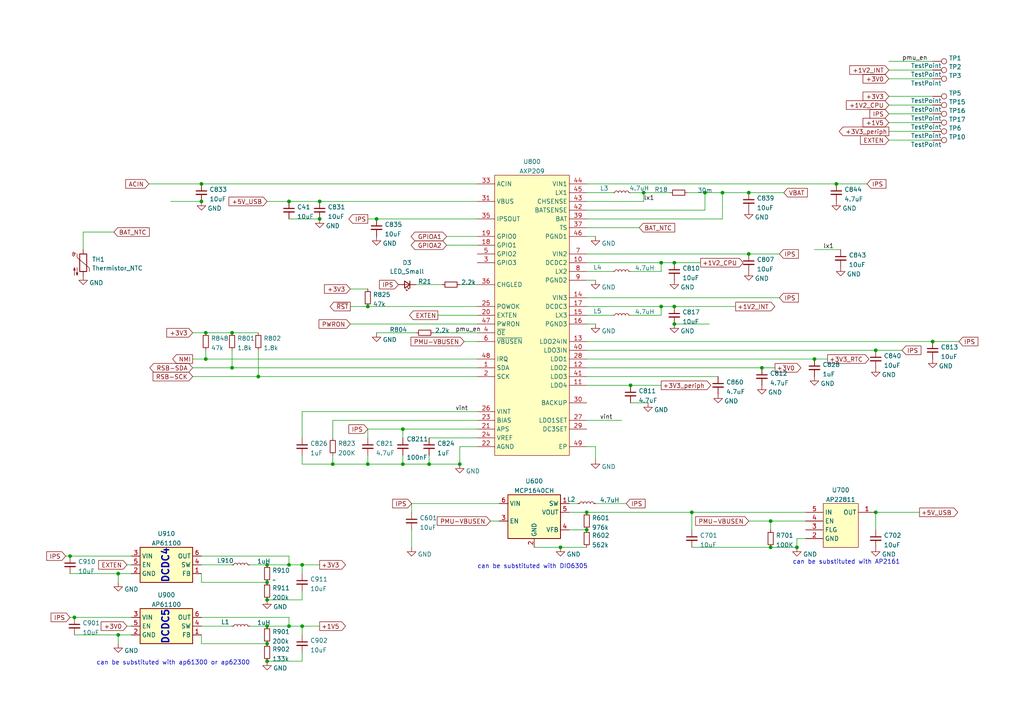
<source format=kicad_sch>
(kicad_sch (version 20231120) (generator "eeschema") (generator_version "8.0")
  (paper "A4")
  (lib_symbols
    (symbol "Connector:TestPoint" (pin_numbers hide) (pin_names (offset 0.762) hide)
      (property "Reference" "TP" (at 0 6.858 0))
      (property "Value" "TestPoint" (at 0 5.08 0))
      (symbol "TestPoint_0_1"
        (circle (center 0 3.302) (radius 0.762))
      )
      (symbol "TestPoint_1_1"
        (pin passive line (at 0 0 90) (length 2.54) (name "1") (number "1"))
      )
    )
    (symbol "Device:C_Small" (pin_numbers hide) (pin_names (offset 0.254) hide)
      (property "Reference" "C" (at 0.254 1.778 0))
      (property "Value" "C_Small" (at 0.254 -2.032 0))
      (symbol "C_Small_0_1"
        (polyline (pts (xy -1.524 -0.508) (xy 1.524 -0.508)) (stroke (width 0.3302)))
        (polyline (pts (xy -1.524 0.508) (xy 1.524 0.508)) (stroke (width 0.3048)))
      )
      (symbol "C_Small_1_1"
        (pin passive line (at 0 2.54 270) (length 2.032) (name "~") (number "1"))
        (pin passive line (at 0 -2.54 90) (length 2.032) (name "~") (number "2"))
      )
    )
    (symbol "Device:LED_Small" (pin_numbers hide) (pin_names (offset 0.254) hide)
      (property "Reference" "D" (at -1.27 3.175 0))
      (property "Value" "LED_Small" (at -4.445 -2.54 0))
      (symbol "LED_Small_0_1"
        (polyline (pts (xy -0.762 -1.016) (xy -0.762 1.016)) (stroke (width 0.254)))
        (polyline (pts (xy 1.016 0) (xy -0.762 0)))
        (polyline (pts (xy 0.762 -1.016) (xy -0.762 0) (xy 0.762 1.016) (xy 0.762 -1.016)) (stroke (width 0.254)))
        (polyline (pts (xy 0 0.762) (xy -0.508 1.27) (xy -0.254 1.27) (xy -0.508 1.27) (xy -0.508 1.016)))
        (polyline (pts (xy 0.508 1.27) (xy 0 1.778) (xy 0.254 1.778) (xy 0 1.778) (xy 0 1.524)))
      )
      (symbol "LED_Small_1_1"
        (pin passive line (at -2.54 0 0) (length 1.778) (name "K") (number "1"))
        (pin passive line (at 2.54 0 180) (length 1.778) (name "A") (number "2"))
      )
    )
    (symbol "Device:L_Small" (pin_numbers hide) (pin_names (offset 0.254) hide)
      (property "Reference" "L" (at 0.762 1.016 0))
      (property "Value" "L_Small" (at 0.762 -1.016 0))
      (symbol "L_Small_0_1"
        (arc (start 0 -2.032) (mid 0.5058 -1.524) (end 0 -1.016))
        (arc (start 0 -1.016) (mid 0.5058 -0.508) (end 0 0))
        (arc (start 0 0) (mid 0.5058 0.508) (end 0 1.016))
        (arc (start 0 1.016) (mid 0.5058 1.524) (end 0 2.032))
      )
      (symbol "L_Small_1_1"
        (pin passive line (at 0 2.54 270) (length 0.508) (name "~") (number "1"))
        (pin passive line (at 0 -2.54 90) (length 0.508) (name "~") (number "2"))
      )
    )
    (symbol "Device:R_Small" (pin_numbers hide) (pin_names (offset 0.254) hide)
      (property "Reference" "R" (at 0.762 0.508 0))
      (property "Value" "R_Small" (at 0.762 -1.016 0))
      (symbol "R_Small_0_1"
        (rectangle (start -0.762 1.778) (end 0.762 -1.778) (stroke (width 0.2032)))
      )
      (symbol "R_Small_1_1"
        (pin passive line (at 0 2.54 270) (length 0.762) (name "~") (number "1"))
        (pin passive line (at 0 -2.54 90) (length 0.762) (name "~") (number "2"))
      )
    )
    (symbol "Device:Thermistor_NTC" (pin_numbers hide) (pin_names (offset 0))
      (property "Reference" "TH" (at -4.445 0 90))
      (property "Value" "Thermistor_NTC" (at 3.175 0 90))
      (symbol "Thermistor_NTC_0_1"
        (arc (start -3.048 2.159) (mid -3.0505 2.3165) (end -3.175 2.413))
        (arc (start -3.048 2.159) (mid -2.9736 1.9794) (end -2.794 1.905))
        (arc (start -3.048 2.794) (mid -2.9736 2.6144) (end -2.794 2.54))
        (arc (start -2.794 1.905) (mid -2.6144 1.9794) (end -2.54 2.159))
        (arc (start -2.794 2.54) (mid -2.434 2.5608) (end -2.159 2.794))
        (arc (start -2.794 3.048) (mid -2.9736 2.9736) (end -3.048 2.794))
        (arc (start -2.54 2.794) (mid -2.6144 2.9736) (end -2.794 3.048))
        (rectangle (start -1.016 2.54) (end 1.016 -2.54) (stroke (width 0.254)))
        (polyline (pts (xy -2.54 2.159) (xy -2.54 2.794)))
        (polyline (pts (xy -1.778 2.54) (xy -1.778 1.524) (xy 1.778 -1.524) (xy 1.778 -2.54)))
        (polyline (pts (xy -2.54 -3.683) (xy -2.54 -1.397) (xy -2.794 -2.159) (xy -2.286 -2.159) (xy -2.54 -1.397) (xy -2.54 -1.651)) (fill (type outline)))
        (polyline (pts (xy -1.778 -1.397) (xy -1.778 -3.683) (xy -2.032 -2.921) (xy -1.524 -2.921) (xy -1.778 -3.683) (xy -1.778 -3.429)) (fill (type outline)))
      )
      (symbol "Thermistor_NTC_1_1"
        (pin passive line (at 0 3.81 270) (length 1.27) (name "~") (number "1"))
        (pin passive line (at 0 -3.81 90) (length 1.27) (name "~") (number "2"))
      )
    )
    (symbol "Regulator_Switching:MCP1640CH"
      (property "Reference" "U" (at -7.62 8.89 0))
      (property "Value" "MCP1640CH" (at -1.27 8.89 0))
      (symbol "MCP1640CH_0_1"
        (rectangle (start -7.62 7.62) (end 7.62 -5.08) (stroke (width 0.254)) (fill (type background)))
      )
      (symbol "MCP1640CH_1_1"
        (pin input line (at 10.16 5.08 180) (length 2.54) (name "SW") (number "1"))
        (pin power_in line (at 0 -7.62 90) (length 2.54) (name "GND") (number "2"))
        (pin input line (at -10.16 0 0) (length 2.54) (name "EN") (number "3"))
        (pin input line (at 10.16 -2.54 180) (length 2.54) (name "VFB") (number "4"))
        (pin power_out line (at 10.16 2.54 180) (length 2.54) (name "VOUT") (number "5"))
        (pin power_in line (at -10.16 5.08 0) (length 2.54) (name "VIN") (number "6"))
      )
    )
    (symbol "diodes:AP22811"
      (property "Reference" "U" (at -2.54 1.27 0))
      (property "Value" "AP22811" (at 5.08 1.27 0))
      (symbol "AP22811_0_1"
        (rectangle (start -5.08 0) (end 5.08 -12.7) (stroke (width 0.1524)) (fill (type background)))
      )
      (symbol "AP22811_1_1"
        (pin input line (at 10.16 -2.54 180) (length 5.08) (name "OUT") (number "1"))
        (pin input line (at -10.16 -10.16 0) (length 5.08) (name "GND") (number "2"))
        (pin input line (at -10.16 -7.62 0) (length 5.08) (name "FLG") (number "3"))
        (pin input line (at -10.16 -5.08 0) (length 5.08) (name "EN") (number "4"))
        (pin input line (at -10.16 -2.54 0) (length 5.08) (name "IN") (number "5"))
      )
    )
    (symbol "diodes:AP61100"
      (property "Reference" "U" (at -7.62 6.35 0))
      (property "Value" "AP61100" (at 5.08 6.35 0))
      (symbol "AP61100_0_1"
        (rectangle (start -7.62 5.08) (end 7.62 -5.08) (stroke (width 0.254)) (fill (type background)))
      )
      (symbol "AP61100_1_1"
        (pin input line (at 10.16 -2.54 180) (length 2.54) (name "FB") (number "1"))
        (pin power_in line (at -10.16 -2.54 0) (length 2.54) (name "GND") (number "2"))
        (pin power_in line (at -10.16 2.54 0) (length 2.54) (name "VIN") (number "3"))
        (pin power_out line (at 10.16 0 180) (length 2.54) (name "SW") (number "4"))
        (pin input line (at -10.16 0 0) (length 2.54) (name "EN") (number "5"))
        (pin input line (at 10.16 2.54 180) (length 2.54) (name "OUT") (number "6"))
      )
    )
    (symbol "power:GND" (power) (pin_names (offset 0))
      (property "Value" "GND" (at 0 -3.81 0))
      (symbol "GND_0_1"
        (polyline (pts (xy 0 0) (xy 0 -1.27) (xy 1.27 -1.27) (xy 0 -2.54) (xy -1.27 -1.27) (xy 0 -1.27)))
      )
      (symbol "GND_1_1"
        (pin power_in line (at 0 0 270) (length 0) hide (name "GND") (number "1"))
      )
    )
    (symbol "xpowers:AXP203"
      (property "Reference" "U" (at -2.54 2.54 0))
      (property "Value" "AXP203" (at 3.81 2.54 0))
      (symbol "AXP203_0_1"
        (rectangle (start -10.16 0) (end 11.43 -81.28) (stroke (width 0.1524)) (fill (type background)))
      )
      (symbol "AXP203_1_0"
        (pin passive line (at -15.24 -55.88 0) (length 5.08) (name "SDA") (number "1"))
        (pin passive line (at 16.51 -25.4 180) (length 5.08) (name "DCDC2") (number "10"))
        (pin passive line (at 16.51 -60.96 180) (length 5.08) (name "LDO4") (number "11"))
        (pin passive line (at 16.51 -55.88 180) (length 5.08) (name "LDO2") (number "12"))
        (pin passive line (at 16.51 -48.26 180) (length 5.08) (name "LDO24IN") (number "13"))
        (pin passive line (at 16.51 -35.56 180) (length 5.08) (name "VIN3") (number "14"))
        (pin passive line (at 16.51 -40.64 180) (length 5.08) (name "LX3") (number "15"))
        (pin passive line (at 16.51 -43.18 180) (length 5.08) (name "PGND3") (number "16"))
        (pin passive line (at 16.51 -38.1 180) (length 5.08) (name "DCDC3") (number "17"))
        (pin passive line (at -15.24 -20.32 0) (length 5.08) (name "GPIO1") (number "18"))
        (pin passive line (at -15.24 -17.78 0) (length 5.08) (name "GPIO0") (number "19"))
        (pin passive line (at -15.24 -58.42 0) (length 5.08) (name "SCK") (number "2"))
        (pin passive line (at -15.24 -40.64 0) (length 5.08) (name "EXTEN") (number "20"))
        (pin passive line (at -15.24 -73.66 0) (length 5.08) (name "APS") (number "21"))
        (pin passive line (at -15.24 -78.74 0) (length 5.08) (name "AGND") (number "22"))
        (pin passive line (at -15.24 -71.12 0) (length 5.08) (name "BIAS") (number "23"))
        (pin passive line (at -15.24 -76.2 0) (length 5.08) (name "VREF") (number "24"))
        (pin passive line (at -15.24 -38.1 0) (length 5.08) (name "POWOK") (number "25"))
        (pin passive line (at -15.24 -68.58 0) (length 5.08) (name "VINT") (number "26"))
        (pin passive line (at 16.51 -71.12 180) (length 5.08) (name "LDO1SET") (number "27"))
        (pin passive line (at 16.51 -53.34 180) (length 5.08) (name "LDO1") (number "28"))
        (pin passive line (at 16.51 -73.66 180) (length 5.08) (name "DC3SET") (number "29"))
        (pin passive line (at -15.24 -25.4 0) (length 5.08) (name "GPIO3") (number "3"))
        (pin passive line (at 16.51 -66.04 180) (length 5.08) (name "BACKUP") (number "30"))
        (pin passive line (at -15.24 -7.62 0) (length 5.08) (name "VBUS") (number "31"))
        (pin passive line (at -15.24 -2.54 0) (length 5.08) hide (name "ACIN") (number "32"))
        (pin passive line (at -15.24 -2.54 0) (length 5.08) (name "ACIN") (number "33"))
        (pin passive line (at -15.24 -12.7 0) (length 5.08) hide (name "IPSOUT") (number "34"))
        (pin passive line (at -15.24 -12.7 0) (length 5.08) (name "IPSOUT") (number "35"))
        (pin passive line (at -15.24 -31.75 0) (length 5.08) (name "CHGLED") (number "36"))
        (pin passive line (at 16.51 -15.24 180) (length 5.08) (name "TS") (number "37"))
        (pin passive line (at 16.51 -12.7 180) (length 5.08) hide (name "BAT") (number "38"))
        (pin passive line (at 16.51 -12.7 180) (length 5.08) (name "BAT") (number "39"))
        (pin passive line (at -15.24 -45.72 0) (length 5.08) (name "~{OE}") (number "4"))
        (pin passive line (at 16.51 -50.8 180) (length 5.08) (name "LDO3IN") (number "40"))
        (pin passive line (at 16.51 -58.42 180) (length 5.08) (name "LDO3") (number "41"))
        (pin passive line (at 16.51 -10.16 180) (length 5.08) (name "BATSENSE") (number "42"))
        (pin passive line (at 16.51 -7.62 180) (length 5.08) (name "CHSENSE") (number "43"))
        (pin passive line (at 16.51 -2.54 180) (length 5.08) (name "VIN1") (number "44"))
        (pin passive line (at 16.51 -5.08 180) (length 5.08) (name "LX1") (number "45"))
        (pin passive line (at 16.51 -17.78 180) (length 5.08) (name "PGND1") (number "46"))
        (pin passive line (at -15.24 -43.18 0) (length 5.08) (name "PWRON") (number "47"))
        (pin passive line (at -15.24 -53.34 0) (length 5.08) (name "IRQ") (number "48"))
        (pin passive line (at 16.51 -78.74 180) (length 5.08) (name "EP") (number "49"))
        (pin passive line (at -15.24 -22.86 0) (length 5.08) (name "GPIO2") (number "5"))
        (pin passive line (at -15.24 -48.26 0) (length 5.08) (name "~{VBUSEN}") (number "6"))
        (pin passive line (at 16.51 -22.86 180) (length 5.08) (name "VIN2") (number "7"))
        (pin passive line (at 16.51 -27.94 180) (length 5.08) (name "LX2") (number "8"))
        (pin passive line (at 16.51 -30.48 180) (length 5.08) (name "PGND2") (number "9"))
      )
    )
  )
  (junction (at 116.84 124.46) (diameter 0.9144))
  (junction (at 254 101.6) (diameter 0.9144))
  (junction (at 200.66 148.59) (diameter 0.9144))
  (junction (at 170.18 153.67) (diameter 0.9144))
  (junction (at 254 148.59) (diameter 0.9144))
  (junction (at 231.14 158.75) (diameter 0.9144))
  (junction (at 59.69 104.14) (diameter 0.9144))
  (junction (at 87.63 163.83))
  (junction (at 58.42 58.42))
  (junction (at 83.82 163.83))
  (junction (at 236.22 104.14) (diameter 0.9144))
  (junction (at 83.82 58.42))
  (junction (at 223.52 151.13) (diameter 0.9144))
  (junction (at 77.47 181.61))
  (junction (at 87.63 181.61))
  (junction (at 74.93 109.22) (diameter 0.9144))
  (junction (at 191.77 88.9) (diameter 0.9144))
  (junction (at 116.84 134.62) (diameter 0.9144))
  (junction (at 59.69 96.52))
  (junction (at 77.47 173.99))
  (junction (at 67.31 106.68) (diameter 0.9144))
  (junction (at 106.68 88.9) (diameter 0.9144))
  (junction (at 77.47 186.69) (diameter 0.9144))
  (junction (at 96.52 134.62) (diameter 0.9144))
  (junction (at 242.57 53.34) (diameter 0.9144))
  (junction (at 58.42 53.34) (diameter 0.9144))
  (junction (at 170.18 148.59) (diameter 0.9144))
  (junction (at 83.82 181.61))
  (junction (at 209.55 55.88) (diameter 0.9144))
  (junction (at 223.52 158.75) (diameter 0.9144))
  (junction (at 124.46 134.62) (diameter 0.9144))
  (junction (at 162.56 158.75) (diameter 0.9144))
  (junction (at 133.35 134.62) (diameter 0.9144))
  (junction (at 77.47 191.77))
  (junction (at 270.51 99.06) (diameter 0.9144))
  (junction (at 34.29 184.15))
  (junction (at 67.31 96.52))
  (junction (at 77.47 163.83))
  (junction (at 92.71 58.42) (diameter 0.9144))
  (junction (at 109.22 63.5) (diameter 0.9144))
  (junction (at 21.59 179.07))
  (junction (at 34.29 166.37))
  (junction (at 182.88 111.76))
  (junction (at 220.98 106.68) (diameter 0.9144))
  (junction (at 186.69 55.88) (diameter 0.9144))
  (junction (at 217.17 55.88) (diameter 0.9144))
  (junction (at 217.17 73.66) (diameter 0.9144))
  (junction (at 195.58 76.2) (diameter 0.9144))
  (junction (at 77.47 168.91) (diameter 0.9144))
  (junction (at 20.32 161.29))
  (junction (at 106.68 134.62) (diameter 0.9144))
  (junction (at 191.77 76.2) (diameter 0.9144))
  (junction (at 195.58 88.9) (diameter 0.9144))
  (junction (at 204.47 55.88) (diameter 0.9144))
  (junction (at 195.58 93.98))
  (junction (at 92.71 63.5))
  (wire (pts (xy 209.55 55.88) (xy 217.17 55.88)))
  (wire (pts (xy 83.82 179.07) (xy 83.82 181.61)))
  (wire (pts (xy 58.42 186.69) (xy 58.42 184.15)))
  (wire (pts (xy 223.52 158.75) (xy 231.14 158.75)))
  (wire (pts (xy 186.69 55.88) (xy 182.88 55.88)))
  (wire (pts (xy 20.32 179.07) (xy 21.59 179.07)))
  (wire (pts (xy 119.38 153.67) (xy 119.38 158.75)))
  (wire (pts (xy 134.62 99.06) (xy 138.43 99.06)))
  (wire (pts (xy 165.1 148.59) (xy 170.18 148.59)))
  (wire (pts (xy 77.47 58.42) (xy 83.82 58.42)))
  (wire (pts (xy 106.68 63.5) (xy 109.22 63.5)))
  (wire (pts (xy 186.69 58.42) (xy 186.69 55.88)))
  (wire (pts (xy 170.18 129.54) (xy 172.72 129.54)))
  (wire (pts (xy 87.63 184.15) (xy 87.63 181.61)))
  (wire (pts (xy 191.77 88.9) (xy 191.77 91.44)))
  (wire (pts (xy 257.81 20.32) (xy 270.51 20.32)))
  (wire (pts (xy 124.46 132.08) (xy 124.46 134.62)))
  (wire (pts (xy 106.68 134.62) (xy 116.84 134.62)))
  (wire (pts (xy 83.82 163.83) (xy 77.47 163.83)))
  (wire (pts (xy 87.63 173.99) (xy 77.47 173.99)))
  (wire (pts (xy 116.84 132.08) (xy 116.84 134.62)))
  (wire (pts (xy 59.69 96.52) (xy 67.31 96.52)))
  (wire (pts (xy 55.88 106.68) (xy 67.31 106.68)))
  (wire (pts (xy 58.42 168.91) (xy 58.42 166.37)))
  (wire (pts (xy 74.93 101.6) (xy 74.93 109.22)))
  (wire (pts (xy 72.39 181.61) (xy 77.47 181.61)))
  (wire (pts (xy 74.93 109.22) (xy 138.43 109.22)))
  (wire (pts (xy 170.18 68.58) (xy 172.72 68.58)))
  (wire (pts (xy 119.38 146.05) (xy 119.38 148.59)))
  (wire (pts (xy 257.81 30.48) (xy 270.51 30.48)))
  (wire (pts (xy 204.47 55.88) (xy 199.39 55.88)))
  (wire (pts (xy 217.17 55.88) (xy 227.33 55.88)))
  (wire (pts (xy 200.66 148.59) (xy 233.68 148.59)))
  (wire (pts (xy 170.18 93.98) (xy 172.72 93.98)))
  (wire (pts (xy 170.18 106.68) (xy 220.98 106.68)))
  (wire (pts (xy 138.43 119.38) (xy 87.63 119.38)))
  (wire (pts (xy 257.81 35.56) (xy 270.51 35.56)))
  (wire (pts (xy 124.46 134.62) (xy 133.35 134.62)))
  (wire (pts (xy 170.18 60.96) (xy 204.47 60.96)))
  (wire (pts (xy 87.63 191.77) (xy 77.47 191.77)))
  (wire (pts (xy 43.18 53.34) (xy 58.42 53.34)))
  (wire (pts (xy 142.24 151.13) (xy 144.78 151.13)))
  (wire (pts (xy 170.18 91.44) (xy 177.8 91.44)))
  (wire (pts (xy 116.84 124.46) (xy 116.84 127)))
  (wire (pts (xy 191.77 88.9) (xy 195.58 88.9)))
  (wire (pts (xy 270.51 99.06) (xy 278.13 99.06)))
  (wire (pts (xy 209.55 55.88) (xy 204.47 55.88)))
  (wire (pts (xy 138.43 129.54) (xy 133.35 129.54)))
  (wire (pts (xy 127 91.44) (xy 138.43 91.44)))
  (wire (pts (xy 165.1 153.67) (xy 170.18 153.67)))
  (wire (pts (xy 87.63 163.83) (xy 92.71 163.83)))
  (wire (pts (xy 87.63 119.38) (xy 87.63 127)))
  (wire (pts (xy 58.42 179.07) (xy 83.82 179.07)))
  (wire (pts (xy 191.77 76.2) (xy 191.77 78.74)))
  (wire (pts (xy 195.58 88.9) (xy 213.36 88.9)))
  (wire (pts (xy 170.18 76.2) (xy 191.77 76.2)))
  (wire (pts (xy 195.58 76.2) (xy 203.2 76.2)))
  (wire (pts (xy 172.72 129.54) (xy 172.72 133.35)))
  (wire (pts (xy 254 148.59) (xy 266.7 148.59)))
  (wire (pts (xy 36.83 163.83) (xy 38.1 163.83)))
  (wire (pts (xy 182.88 91.44) (xy 191.77 91.44)))
  (wire (pts (xy 182.88 111.76) (xy 191.77 111.76)))
  (wire (pts (xy 186.69 55.88) (xy 194.31 55.88)))
  (wire (pts (xy 67.31 96.52) (xy 74.93 96.52)))
  (wire (pts (xy 200.66 158.75) (xy 223.52 158.75)))
  (wire (pts (xy 170.18 78.74) (xy 177.8 78.74)))
  (wire (pts (xy 24.13 67.31) (xy 24.13 72.39)))
  (wire (pts (xy 170.18 88.9) (xy 191.77 88.9)))
  (wire (pts (xy 254 101.6) (xy 261.62 101.6)))
  (wire (pts (xy 170.18 63.5) (xy 209.55 63.5)))
  (wire (pts (xy 236.22 104.14) (xy 240.03 104.14)))
  (wire (pts (xy 49.53 58.42) (xy 58.42 58.42)))
  (wire (pts (xy 58.42 161.29) (xy 83.82 161.29)))
  (wire (pts (xy 170.18 101.6) (xy 254 101.6)))
  (wire (pts (xy 83.82 181.61) (xy 77.47 181.61)))
  (wire (pts (xy 170.18 148.59) (xy 200.66 148.59)))
  (wire (pts (xy 116.84 124.46) (xy 138.43 124.46)))
  (wire (pts (xy 106.68 132.08) (xy 106.68 134.62)))
  (wire (pts (xy 87.63 189.23) (xy 87.63 191.77)))
  (wire (pts (xy 38.1 184.15) (xy 34.29 184.15)))
  (wire (pts (xy 138.43 121.92) (xy 96.52 121.92)))
  (wire (pts (xy 165.1 146.05) (xy 167.64 146.05)))
  (wire (pts (xy 170.18 55.88) (xy 177.8 55.88)))
  (wire (pts (xy 170.18 86.36) (xy 226.06 86.36)))
  (wire (pts (xy 106.68 124.46) (xy 116.84 124.46)))
  (wire (pts (xy 124.46 127) (xy 138.43 127)))
  (wire (pts (xy 55.88 109.22) (xy 74.93 109.22)))
  (wire (pts (xy 58.42 163.83) (xy 67.31 163.83)))
  (wire (pts (xy 58.42 53.34) (xy 138.43 53.34)))
  (wire (pts (xy 217.17 73.66) (xy 226.06 73.66)))
  (wire (pts (xy 233.68 156.21) (xy 231.14 156.21)))
  (wire (pts (xy 58.42 168.91) (xy 77.47 168.91)))
  (wire (pts (xy 133.35 82.55) (xy 138.43 82.55)))
  (wire (pts (xy 195.58 93.98) (xy 205.74 93.98)))
  (wire (pts (xy 170.18 73.66) (xy 217.17 73.66)))
  (wire (pts (xy 21.59 184.15) (xy 34.29 184.15)))
  (wire (pts (xy 67.31 101.6) (xy 67.31 106.68)))
  (wire (pts (xy 33.02 67.31) (xy 24.13 67.31)))
  (wire (pts (xy 59.69 101.6) (xy 59.69 104.14)))
  (wire (pts (xy 109.22 96.52) (xy 120.65 96.52)))
  (wire (pts (xy 34.29 184.15) (xy 34.29 186.69)))
  (wire (pts (xy 67.31 106.68) (xy 138.43 106.68)))
  (wire (pts (xy 87.63 181.61) (xy 92.71 181.61)))
  (wire (pts (xy 257.81 22.86) (xy 270.51 22.86)))
  (wire (pts (xy 87.63 134.62) (xy 96.52 134.62)))
  (wire (pts (xy 116.84 134.62) (xy 124.46 134.62)))
  (wire (pts (xy 72.39 163.83) (xy 77.47 163.83)))
  (wire (pts (xy 133.35 129.54) (xy 133.35 134.62)))
  (wire (pts (xy 38.1 166.37) (xy 34.29 166.37)))
  (wire (pts (xy 87.63 166.37) (xy 87.63 163.83)))
  (wire (pts (xy 101.6 93.98) (xy 138.43 93.98)))
  (wire (pts (xy 129.54 71.12) (xy 138.43 71.12)))
  (wire (pts (xy 170.18 99.06) (xy 270.51 99.06)))
  (wire (pts (xy 96.52 132.08) (xy 96.52 134.62)))
  (wire (pts (xy 106.68 88.9) (xy 138.43 88.9)))
  (wire (pts (xy 170.18 58.42) (xy 186.69 58.42)))
  (wire (pts (xy 19.05 161.29) (xy 20.32 161.29)))
  (wire (pts (xy 83.82 58.42) (xy 92.71 58.42)))
  (wire (pts (xy 36.83 181.61) (xy 38.1 181.61)))
  (wire (pts (xy 257.81 27.94) (xy 270.51 27.94)))
  (wire (pts (xy 220.98 106.68) (xy 224.79 106.68)))
  (wire (pts (xy 20.32 166.37) (xy 34.29 166.37)))
  (wire (pts (xy 254 148.59) (xy 254 153.67)))
  (wire (pts (xy 191.77 76.2) (xy 195.58 76.2)))
  (wire (pts (xy 106.68 127) (xy 106.68 124.46)))
  (wire (pts (xy 257.81 38.1) (xy 270.51 38.1)))
  (wire (pts (xy 125.73 96.52) (xy 138.43 96.52)))
  (wire (pts (xy 257.81 33.02) (xy 270.51 33.02)))
  (wire (pts (xy 129.54 68.58) (xy 138.43 68.58)))
  (wire (pts (xy 21.59 179.07) (xy 38.1 179.07)))
  (wire (pts (xy 58.42 186.69) (xy 77.47 186.69)))
  (wire (pts (xy 236.22 72.39) (xy 243.84 72.39)))
  (wire (pts (xy 170.18 53.34) (xy 242.57 53.34)))
  (wire (pts (xy 231.14 156.21) (xy 231.14 158.75)))
  (wire (pts (xy 223.52 151.13) (xy 233.68 151.13)))
  (wire (pts (xy 200.66 148.59) (xy 200.66 153.67)))
  (wire (pts (xy 101.6 88.9) (xy 106.68 88.9)))
  (wire (pts (xy 257.81 17.78) (xy 270.51 17.78)))
  (wire (pts (xy 87.63 171.45) (xy 87.63 173.99)))
  (wire (pts (xy 182.88 116.84) (xy 187.96 116.84)))
  (wire (pts (xy 55.88 104.14) (xy 59.69 104.14)))
  (wire (pts (xy 223.52 151.13) (xy 223.52 153.67)))
  (wire (pts (xy 34.29 166.37) (xy 34.29 168.91)))
  (wire (pts (xy 170.18 104.14) (xy 236.22 104.14)))
  (wire (pts (xy 170.18 66.04) (xy 185.42 66.04)))
  (wire (pts (xy 170.18 81.28) (xy 172.72 81.28)))
  (wire (pts (xy 55.88 96.52) (xy 59.69 96.52)))
  (wire (pts (xy 209.55 63.5) (xy 209.55 55.88)))
  (wire (pts (xy 83.82 161.29) (xy 83.82 163.83)))
  (wire (pts (xy 92.71 58.42) (xy 138.43 58.42)))
  (wire (pts (xy 162.56 158.75) (xy 170.18 158.75)))
  (wire (pts (xy 170.18 121.92) (xy 180.34 121.92)))
  (wire (pts (xy 59.69 104.14) (xy 138.43 104.14)))
  (wire (pts (xy 170.18 109.22) (xy 208.28 109.22)))
  (wire (pts (xy 154.94 158.75) (xy 162.56 158.75)))
  (wire (pts (xy 170.18 111.76) (xy 182.88 111.76)))
  (wire (pts (xy 83.82 181.61) (xy 87.63 181.61)))
  (wire (pts (xy 204.47 60.96) (xy 204.47 55.88)))
  (wire (pts (xy 120.65 82.55) (xy 128.27 82.55)))
  (wire (pts (xy 242.57 53.34) (xy 251.46 53.34)))
  (wire (pts (xy 101.6 83.82) (xy 106.68 83.82)))
  (wire (pts (xy 109.22 63.5) (xy 138.43 63.5)))
  (wire (pts (xy 191.77 78.74) (xy 182.88 78.74)))
  (wire (pts (xy 87.63 132.08) (xy 87.63 134.62)))
  (wire (pts (xy 119.38 146.05) (xy 144.78 146.05)))
  (wire (pts (xy 83.82 163.83) (xy 87.63 163.83)))
  (wire (pts (xy 83.82 63.5) (xy 92.71 63.5)))
  (wire (pts (xy 257.81 40.64) (xy 270.51 40.64)))
  (wire (pts (xy 58.42 181.61) (xy 67.31 181.61)))
  (wire (pts (xy 96.52 121.92) (xy 96.52 127)))
  (wire (pts (xy 96.52 134.62) (xy 106.68 134.62)))
  (wire (pts (xy 217.17 151.13) (xy 223.52 151.13)))
  (wire (pts (xy 172.72 146.05) (xy 181.61 146.05)))
  (wire (pts (xy 20.32 161.29) (xy 38.1 161.29)))
  (text "DCDC5" (at 48.006 181.864 90) (effects (font (size 2 2) (thickness 0.4) (bold yes))))
  (text "can be substituted with ap61300 or ap62300" (at 27.94 193.04 0) (effects (font (size 1.27 1.27)) (justify left bottom)))
  (text "can be substituted with DIO6305" (at 138.43 165.1 0) (effects (font (size 1.27 1.27)) (justify left bottom)))
  (text "DCDC4" (at 48.006 164.084 90) (effects (font (size 2 2) (thickness 0.4) (bold yes))))
  (text "can be substituted with AP2161" (at 229.87 163.83 0) (effects (font (size 1.27 1.27)) (justify left bottom)))
  (label "vint" (at 132.08 119.38 0))
  (label "pmu_en" (at 261.62 17.78 0))
  (label "vint" (at 173.99 121.92 0))
  (label "lx1" (at 238.76 72.39 0))
  (label "pmu_en" (at 132.08 96.52 0))
  (label "lx1" (at 186.69 58.42 0))
  (global_label "IPS" (shape input) (at 226.06 73.66 0) (property "Intersheetrefs" "${INTERSHEET_REFS}" (effects (hide yes))))
  (global_label "+3V0" (shape input) (at 257.81 22.86 180) (property "Intersheetrefs" "${INTERSHEET_REFS}" (effects (hide yes))))
  (global_label "IPS" (shape input) (at 261.62 101.6 0) (property "Intersheetrefs" "${INTERSHEET_REFS}" (effects (hide yes))))
  (global_label "IPS" (shape input) (at 20.32 179.07 180) (property "Intersheetrefs" "${INTERSHEET_REFS}" (effects (hide yes))))
  (global_label "IPS" (shape input) (at 226.06 86.36 0) (property "Intersheetrefs" "${INTERSHEET_REFS}" (effects (hide yes))))
  (global_label "+3V3" (shape input) (at 257.81 27.94 180) (property "Intersheetrefs" "${INTERSHEET_REFS}" (effects (hide yes))))
  (global_label "PMU-VBUSEN" (shape input) (at 217.17 151.13 180) (property "Intersheetrefs" "${INTERSHEET_REFS}" (effects (hide yes))))
  (global_label "IPS" (shape input) (at 19.05 161.29 180) (property "Intersheetrefs" "${INTERSHEET_REFS}" (effects (hide yes))))
  (global_label "EXTEN" (shape output) (at 127 91.44 180) (property "Intersheetrefs" "${INTERSHEET_REFS}" (effects (hide yes))))
  (global_label "ACIN" (shape input) (at 43.18 53.34 180) (property "Intersheetrefs" "${INTERSHEET_REFS}" (effects (hide yes))))
  (global_label "+1V2_CPU" (shape input) (at 257.81 30.48 180) (property "Intersheetrefs" "${INTERSHEET_REFS}" (effects (hide yes))))
  (global_label "GPIOA1" (shape bidirectional) (at 129.54 68.58 180) (property "Intersheetrefs" "${INTERSHEET_REFS}" (effects (hide yes))))
  (global_label "RSB-SDA" (shape bidirectional) (at 55.88 106.68 180) (property "Intersheetrefs" "${INTERSHEET_REFS}" (effects (hide yes))))
  (global_label "RSB-SCK" (shape input) (at 55.88 109.22 180) (property "Intersheetrefs" "${INTERSHEET_REFS}" (effects (hide yes))))
  (global_label "VBAT" (shape input) (at 227.33 55.88 0) (property "Intersheetrefs" "${INTERSHEET_REFS}" (effects (hide yes))))
  (global_label "+1V5" (shape output) (at 92.71 181.61 0) (property "Intersheetrefs" "${INTERSHEET_REFS}" (effects (hide yes))))
  (global_label "+3V3_RTC" (shape output) (at 240.03 104.14 0) (property "Intersheetrefs" "${INTERSHEET_REFS}" (effects (hide yes))))
  (global_label "IPS" (shape input) (at 257.81 33.02 180) (property "Intersheetrefs" "${INTERSHEET_REFS}" (effects (hide yes))))
  (global_label "+3V3_periph" (shape output) (at 191.77 111.76 0) (property "Intersheetrefs" "${INTERSHEET_REFS}" (effects (hide yes))))
  (global_label "IPS" (shape input) (at 278.13 99.06 0) (property "Intersheetrefs" "${INTERSHEET_REFS}" (effects (hide yes))))
  (global_label "~{RST}" (shape output) (at 101.6 88.9 180) (property "Intersheetrefs" "${INTERSHEET_REFS}" (effects (hide yes))))
  (global_label "GPIOA2" (shape bidirectional) (at 129.54 71.12 180) (property "Intersheetrefs" "${INTERSHEET_REFS}" (effects (hide yes))))
  (global_label "IPS" (shape input) (at 119.38 146.05 180) (property "Intersheetrefs" "${INTERSHEET_REFS}" (effects (hide yes))))
  (global_label "+1V5" (shape input) (at 257.81 35.56 180) (property "Intersheetrefs" "${INTERSHEET_REFS}" (effects (hide yes))))
  (global_label "+3V0" (shape output) (at 224.79 106.68 0) (property "Intersheetrefs" "${INTERSHEET_REFS}" (effects (hide yes))))
  (global_label "PMU-VBUSEN" (shape input) (at 134.62 99.06 180) (property "Intersheetrefs" "${INTERSHEET_REFS}" (effects (hide yes))))
  (global_label "+1V2_CPU" (shape output) (at 203.2 76.2 0) (property "Intersheetrefs" "${INTERSHEET_REFS}" (effects (hide yes))))
  (global_label "+3V3" (shape input) (at 55.88 96.52 180) (property "Intersheetrefs" "${INTERSHEET_REFS}" (effects (hide yes))))
  (global_label "+3V3_periph" (shape output) (at 257.81 38.1 180) (property "Intersheetrefs" "${INTERSHEET_REFS}" (effects (hide yes))))
  (global_label "PMU-VBUSEN" (shape input) (at 142.24 151.13 180) (property "Intersheetrefs" "${INTERSHEET_REFS}" (effects (hide yes))))
  (global_label "IPS" (shape input) (at 251.46 53.34 0) (property "Intersheetrefs" "${INTERSHEET_REFS}" (effects (hide yes))))
  (global_label "IPS" (shape output) (at 106.68 63.5 180) (property "Intersheetrefs" "${INTERSHEET_REFS}" (effects (hide yes))))
  (global_label "BAT_NTC" (shape input) (at 33.02 67.31 0) (property "Intersheetrefs" "${INTERSHEET_REFS}" (effects (hide yes))))
  (global_label "+1V2_INT" (shape output) (at 213.36 88.9 0) (property "Intersheetrefs" "${INTERSHEET_REFS}" (effects (hide yes))))
  (global_label "EXTEN" (shape input) (at 36.83 163.83 180) (property "Intersheetrefs" "${INTERSHEET_REFS}" (effects (hide yes))))
  (global_label "NMI" (shape output) (at 55.88 104.14 180) (property "Intersheetrefs" "${INTERSHEET_REFS}" (effects (hide yes))))
  (global_label "+3V3" (shape input) (at 101.6 83.82 180) (property "Intersheetrefs" "${INTERSHEET_REFS}" (effects (hide yes))))
  (global_label "+3V3" (shape output) (at 92.71 163.83 0) (property "Intersheetrefs" "${INTERSHEET_REFS}" (effects (hide yes))))
  (global_label "+3V0" (shape input) (at 36.83 181.61 180) (property "Intersheetrefs" "${INTERSHEET_REFS}" (effects (hide yes))))
  (global_label "BAT_NTC" (shape input) (at 185.42 66.04 0) (property "Intersheetrefs" "${INTERSHEET_REFS}" (effects (hide yes))))
  (global_label "IPS" (shape input) (at 115.57 82.55 180) (property "Intersheetrefs" "${INTERSHEET_REFS}" (effects (hide yes))))
  (global_label "PWRON" (shape input) (at 101.6 93.98 180) (property "Intersheetrefs" "${INTERSHEET_REFS}" (effects (hide yes))))
  (global_label "IPS" (shape input) (at 181.61 146.05 0) (property "Intersheetrefs" "${INTERSHEET_REFS}" (effects (hide yes))))
  (global_label "EXTEN" (shape input) (at 257.81 40.64 180) (property "Intersheetrefs" "${INTERSHEET_REFS}" (effects (hide yes))))
  (global_label "+5V_USB" (shape output) (at 266.7 148.59 0) (property "Intersheetrefs" "${INTERSHEET_REFS}" (effects (hide yes))))
  (global_label "+5V_USB" (shape input) (at 77.47 58.42 180) (property "Intersheetrefs" "${INTERSHEET_REFS}" (effects (hide yes))))
  (global_label "+1V2_INT" (shape input) (at 257.81 20.32 180) (property "Intersheetrefs" "${INTERSHEET_REFS}" (effects (hide yes))))
  (global_label "IPS" (shape input) (at 106.68 124.46 180) (property "Intersheetrefs" "${INTERSHEET_REFS}" (effects (hide yes))))
  (symbol (lib_id "Device:R_Small") (at 106.68 86.36 0) (unit 1)
    (property "Reference" "R825" (at 108.1787 85.4515 0) (effects (justify left)))
    (property "Value" "47k" (at 108.1787 88.2266 0) (effects (justify left)))
    (property "Footprint" "Resistor_SMD:R_0402_1005Metric" (effects (hide yes)))
  )
  (symbol (lib_id "power:GND") (at 254 106.68 0) (unit 1)
    (property "Reference" "#PWR0139" (effects (hide yes)))
    (property "Value" "GND" (at 257.81 108.7026 0))
  )
  (symbol (lib_id "Connector:TestPoint") (at 270.51 40.64 270) (unit 1)
    (property "Reference" "TP10" (at 275.2091 39.7315 90) (effects (justify left)))
    (property "Value" "TestPoint" (at 264.16 41.91 90) (effects (justify left)))
    (property "Footprint" "TestPoint:TestPoint_Pad_D1.0mm" (effects (hide yes)))
  )
  (symbol (lib_id "Device:L_Small") (at 69.85 163.83 90) (unit 1)
    (property "Reference" "L910" (at 65.3466 162.6305 90))
    (property "Value" "1uH" (at 76.5014 162.8213 90))
    (property "Footprint" "Inductor_SMD:L_Wuerth_MAPI-2510" (effects (hide yes)))
  )
  (symbol (lib_id "Device:C_Small") (at 220.98 109.22 0) (unit 1)
    (property "Reference" "C812" (at 223.3042 108.3115 0) (effects (justify left)))
    (property "Value" "4.7uF" (at 223.3042 111.0866 0) (effects (justify left)))
    (property "Footprint" "Capacitor_SMD:C_0603_1608Metric" (effects (hide yes)))
  )
  (symbol (lib_id "Device:C_Small") (at 217.17 58.42 0) (unit 1)
    (property "Reference" "C839" (at 219.4942 57.5115 0) (effects (justify left)))
    (property "Value" "10uF" (at 219.4942 60.2866 0) (effects (justify left)))
    (property "Footprint" "Capacitor_SMD:C_0603_1608Metric" (effects (hide yes)))
  )
  (symbol (lib_id "power:GND") (at 195.58 93.98 0) (unit 1)
    (property "Reference" "#PWR0136" (effects (hide yes)))
    (property "Value" "GND" (at 199.39 96.0026 0))
  )
  (symbol (lib_id "Device:C_Small") (at 254 156.21 0) (unit 1)
    (property "Reference" "C702" (at 256.3242 155.3015 0) (effects (justify left)))
    (property "Value" "10uF" (at 256.3242 158.0766 0) (effects (justify left)))
    (property "Footprint" "Capacitor_SMD:C_0603_1608Metric" (effects (hide yes)))
  )
  (symbol (lib_id "Device:C_Small") (at 87.63 168.91 0) (unit 1)
    (property "Reference" "C911" (at 89.9542 168.0015 0) (effects (justify left)))
    (property "Value" "10uF" (at 89.9542 170.7766 0) (effects (justify left)))
    (property "Footprint" "Capacitor_SMD:C_0603_1608Metric" (effects (hide yes)))
  )
  (symbol (lib_id "Device:C_Small") (at 182.88 114.3 0) (unit 1)
    (property "Reference" "C811" (at 185.2042 113.3915 0) (effects (justify left)))
    (property "Value" "4.7uF" (at 185.2042 116.1666 0) (effects (justify left)))
    (property "Footprint" "Capacitor_SMD:C_0603_1608Metric" (effects (hide yes)))
  )
  (symbol (lib_id "Connector:TestPoint") (at 270.51 22.86 270) (unit 1)
    (property "Reference" "TP3" (at 275.2091 21.9515 90) (effects (justify left)))
    (property "Value" "TestPoint" (at 264.16 24.13 90) (effects (justify left)))
    (property "Footprint" "TestPoint:TestPoint_Pad_D1.0mm" (effects (hide yes)))
  )
  (symbol (lib_id "power:GND") (at 231.14 158.75 0) (unit 1)
    (property "Reference" "#PWR0159" (effects (hide yes)))
    (property "Value" "GND" (at 234.95 160.7726 0))
  )
  (symbol (lib_id "Device:C_Small") (at 195.58 91.44 0) (unit 1)
    (property "Reference" "C817" (at 197.9042 90.5315 0) (effects (justify left)))
    (property "Value" "10uF" (at 197.9042 93.3066 0) (effects (justify left)))
    (property "Footprint" "Capacitor_SMD:C_0805_2012Metric" (effects (hide yes)))
  )
  (symbol (lib_id "power:GND") (at 270.51 104.14 0) (unit 1)
    (property "Reference" "#PWR0162" (effects (hide yes)))
    (property "Value" "GND" (at 274.32 106.1626 0))
  )
  (symbol (lib_id "power:GND") (at 172.72 93.98 0) (unit 1)
    (property "Reference" "#PWR0161" (effects (hide yes)))
    (property "Value" "GND" (at 176.53 96.0026 0))
  )
  (symbol (lib_id "power:GND") (at 34.29 186.69 0) (unit 1)
    (property "Reference" "#PWR0151" (effects (hide yes)))
    (property "Value" "GND" (at 38.1 188.7126 0))
  )
  (symbol (lib_id "power:GND") (at 24.13 80.01 0) (unit 1)
    (property "Reference" "#PWR0175" (effects (hide yes)))
    (property "Value" "GND" (at 27.94 82.0326 0))
  )
  (symbol (lib_id "power:GND") (at 119.38 158.75 0) (unit 1)
    (property "Reference" "#PWR0150" (effects (hide yes)))
    (property "Value" "GND" (at 123.19 160.7726 0))
  )
  (symbol (lib_id "Device:R_Small") (at 59.69 99.06 0) (unit 1)
    (property "Reference" "R848" (at 61.1887 98.1515 0) (effects (justify left)))
    (property "Value" "47k" (at 61.1887 100.9266 0) (effects (justify left)))
    (property "Footprint" "Resistor_SMD:R_0402_1005Metric" (effects (hide yes)))
  )
  (symbol (lib_id "Device:C_Small") (at 109.22 66.04 0) (unit 1)
    (property "Reference" "C835" (at 111.5442 65.1315 0) (effects (justify left)))
    (property "Value" "10uF" (at 111.5442 67.9066 0) (effects (justify left)))
    (property "Footprint" "Capacitor_SMD:C_0603_1608Metric" (effects (hide yes)))
  )
  (symbol (lib_id "Device:C_Small") (at 217.17 76.2 0) (unit 1)
    (property "Reference" "C807" (at 219.4942 75.2915 0) (effects (justify left)))
    (property "Value" "10uF" (at 219.4942 78.0666 0) (effects (justify left)))
    (property "Footprint" "Capacitor_SMD:C_0805_2012Metric" (effects (hide yes)))
  )
  (symbol (lib_id "Connector:TestPoint") (at 270.51 20.32 270) (unit 1)
    (property "Reference" "TP2" (at 275.2091 19.4115 90) (effects (justify left)))
    (property "Value" "TestPoint" (at 264.16 21.59 90) (effects (justify left)))
    (property "Footprint" "TestPoint:TestPoint_Pad_D1.0mm" (effects (hide yes)))
  )
  (symbol (lib_id "Device:R_Small") (at 77.47 166.37 0) (unit 1)
    (property "Reference" "R910" (at 78.9687 165.4615 0) (effects (justify left)))
    (property "Value" "~" (at 78.9687 168.2366 0) (effects (justify left)))
    (property "Footprint" "Resistor_SMD:R_0402_1005Metric" (effects (hide yes)))
  )
  (symbol (lib_id "power:GND") (at 220.98 111.76 0) (unit 1)
    (property "Reference" "#PWR0140" (effects (hide yes)))
    (property "Value" "GND" (at 224.79 113.7826 0))
  )
  (symbol (lib_id "Device:L_Small") (at 69.85 181.61 90) (unit 1)
    (property "Reference" "L1" (at 65.3466 180.4105 90))
    (property "Value" "1uH" (at 76.5014 180.6013 90))
    (property "Footprint" "Inductor_SMD:L_Wuerth_MAPI-2510" (effects (hide yes)))
  )
  (symbol (lib_id "diodes:AP61100") (at 48.26 163.83 0) (unit 1)
    (property "Reference" "U910" (at 48.26 154.7834 0))
    (property "Value" "AP61100" (at 48.26 157.5585 0))
    (property "Footprint" "Package_TO_SOT_SMD:SOT-563" (effects (hide yes)))
  )
  (symbol (lib_id "Device:R_Small") (at 170.18 156.21 0) (unit 1)
    (property "Reference" "R602" (at 171.6787 155.3015 0) (effects (justify left)))
    (property "Value" "562k" (at 171.6787 158.0766 0) (effects (justify left)))
    (property "Footprint" "Resistor_SMD:R_0402_1005Metric" (effects (hide yes)))
  )
  (symbol (lib_id "Connector:TestPoint") (at 270.51 38.1 270) (unit 1)
    (property "Reference" "TP6" (at 275.2091 37.1915 90) (effects (justify left)))
    (property "Value" "TestPoint" (at 264.16 39.37 90) (effects (justify left)))
    (property "Footprint" "TestPoint:TestPoint_Pad_D1.0mm" (effects (hide yes)))
  )
  (symbol (lib_id "Device:C_Small") (at 92.71 60.96 0) (unit 1)
    (property "Reference" "C831" (at 95.0342 60.0515 0) (effects (justify left)))
    (property "Value" "10uF" (at 95.0342 62.8266 0) (effects (justify left)))
    (property "Footprint" "Capacitor_SMD:C_0603_1608Metric" (effects (hide yes)))
  )
  (symbol (lib_id "Device:R_Small") (at 77.47 189.23 0) (unit 1)
    (property "Reference" "R902" (at 78.9687 188.3215 0) (effects (justify left)))
    (property "Value" "133k" (at 78.9687 191.0966 0) (effects (justify left)))
    (property "Footprint" "Resistor_SMD:R_0402_1005Metric" (effects (hide yes)))
  )
  (symbol (lib_id "Device:C_Small") (at 270.51 101.6 0) (unit 1)
    (property "Reference" "C813" (at 272.8342 100.6915 0) (effects (justify left)))
    (property "Value" "10uF" (at 272.8342 103.4666 0) (effects (justify left)))
    (property "Footprint" "Capacitor_SMD:C_0805_2012Metric" (effects (hide yes)))
  )
  (symbol (lib_id "Device:L_Small") (at 180.34 55.88 90) (unit 1)
    (property "Reference" "L3" (at 175.26 54.61 90))
    (property "Value" "4.7uH" (at 185.42 54.61 90))
    (property "Footprint" "Inductor_SMD:L_Wuerth_MAPI-2512" (effects (hide yes)))
  )
  (symbol (lib_id "Device:C_Small") (at 106.68 129.54 0) (unit 1)
    (property "Reference" "C821" (at 109.0042 128.6315 0) (effects (justify left)))
    (property "Value" "4.7uF" (at 109.0042 131.4066 0) (effects (justify left)))
    (property "Footprint" "Capacitor_SMD:C_0603_1608Metric" (effects (hide yes)))
  )
  (symbol (lib_id "Device:R_Small") (at 170.18 151.13 0) (unit 1)
    (property "Reference" "R601" (at 171.6787 150.2215 0) (effects (justify left)))
    (property "Value" "976k" (at 171.6787 152.9966 0) (effects (justify left)))
    (property "Footprint" "Resistor_SMD:R_0402_1005Metric" (effects (hide yes)))
  )
  (symbol (lib_id "power:GND") (at 34.29 168.91 0) (unit 1)
    (property "Reference" "#PWR0167" (effects (hide yes)))
    (property "Value" "GND" (at 38.1 170.9326 0))
  )
  (symbol (lib_id "Connector:TestPoint") (at 270.51 27.94 270) (unit 1)
    (property "Reference" "TP5" (at 275.2091 27.0315 90) (effects (justify left)))
    (property "Value" "TestPoint" (at 264.16 29.21 90) (effects (justify left)))
    (property "Footprint" "TestPoint:TestPoint_Pad_D1.0mm" (effects (hide yes)))
  )
  (symbol (lib_id "Device:R_Small") (at 130.81 82.55 90) (unit 1)
    (property "Reference" "R21" (at 123.19 81.6568 90))
    (property "Value" "2.2k" (at 135.89 81.8919 90))
    (property "Footprint" "Resistor_SMD:R_0402_1005Metric" (effects (hide yes)))
  )
  (symbol (lib_id "power:GND") (at 195.58 81.28 0) (unit 1)
    (property "Reference" "#PWR0143" (effects (hide yes)))
    (property "Value" "GND" (at 199.39 83.3026 0))
  )
  (symbol (lib_id "Device:Thermistor_NTC") (at 24.13 76.2 0) (unit 1)
    (property "Reference" "TH1" (at 26.67 75.2474 0) (effects (justify left)))
    (property "Value" "Thermistor_NTC" (at 26.67 77.7874 0) (effects (justify left)))
    (property "Footprint" "Resistor_SMD:R_0603_1608Metric" (effects (hide yes)))
  )
  (symbol (lib_id "Device:C_Small") (at 243.84 74.93 0) (unit 1)
    (property "Reference" "C843" (at 246.1642 74.0215 0) (effects (justify left)))
    (property "Value" "10uF" (at 246.1642 76.7966 0) (effects (justify left)))
    (property "Footprint" "Capacitor_SMD:C_0805_2012Metric" (effects (hide yes)))
  )
  (symbol (lib_id "diodes:AP61100") (at 48.26 181.61 0) (unit 1)
    (property "Reference" "U900" (at 48.26 172.5634 0))
    (property "Value" "AP61100" (at 48.26 175.3385 0))
    (property "Footprint" "Package_TO_SOT_SMD:SOT-563" (effects (hide yes)))
  )
  (symbol (lib_id "power:GND") (at 162.56 158.75 0) (unit 1)
    (property "Reference" "#PWR0149" (effects (hide yes)))
    (property "Value" "GND" (at 166.37 160.7726 0))
  )
  (symbol (lib_id "Device:R_Small") (at 77.47 184.15 0) (unit 1)
    (property "Reference" "R901" (at 78.9687 183.2415 0) (effects (justify left)))
    (property "Value" "200k" (at 78.9687 186.0166 0) (effects (justify left)))
    (property "Footprint" "Resistor_SMD:R_0402_1005Metric" (effects (hide yes)))
  )
  (symbol (lib_id "Device:C_Small") (at 87.63 186.69 0) (unit 1)
    (property "Reference" "C902" (at 89.9542 185.7815 0) (effects (justify left)))
    (property "Value" "10uF" (at 89.9542 188.5566 0) (effects (justify left)))
    (property "Footprint" "Capacitor_SMD:C_0603_1608Metric" (effects (hide yes)))
  )
  (symbol (lib_id "Connector:TestPoint") (at 270.51 17.78 270) (unit 1)
    (property "Reference" "TP1" (at 275.2091 16.8715 90) (effects (justify left)))
    (property "Value" "TestPoint" (at 264.16 19.05 90) (effects (justify left)))
    (property "Footprint" "TestPoint:TestPoint_Pad_D1.0mm" (effects (hide yes)))
  )
  (symbol (lib_id "power:GND") (at 172.72 68.58 0) (unit 1)
    (property "Reference" "#PWR0145" (effects (hide yes)))
    (property "Value" "GND" (at 176.53 70.6026 0))
  )
  (symbol (lib_id "Device:C_Small") (at 200.66 156.21 0) (unit 1)
    (property "Reference" "C701" (at 202.9842 155.3015 0) (effects (justify left)))
    (property "Value" "10uF" (at 202.9842 158.0766 0) (effects (justify left)))
    (property "Footprint" "Capacitor_SMD:C_0603_1608Metric" (effects (hide yes)))
  )
  (symbol (lib_id "Device:C_Small") (at 58.42 55.88 0) (unit 1)
    (property "Reference" "C833" (at 60.7442 54.9715 0) (effects (justify left)))
    (property "Value" "10uF" (at 60.7442 57.7466 0) (effects (justify left)))
    (property "Footprint" "Capacitor_SMD:C_0603_1608Metric" (effects (hide yes)))
  )
  (symbol (lib_id "power:GND") (at 208.28 114.3 0) (unit 1)
    (property "Reference" "#PWR0174" (effects (hide yes)))
    (property "Value" "GND" (at 212.09 116.3226 0))
  )
  (symbol (lib_id "Device:C_Small") (at 236.22 106.68 0) (unit 1)
    (property "Reference" "C828" (at 238.5442 105.7715 0) (effects (justify left)))
    (property "Value" "1uF" (at 238.5442 108.5466 0) (effects (justify left)))
    (property "Footprint" "Capacitor_SMD:C_0402_1005Metric" (effects (hide yes)))
  )
  (symbol (lib_id "xpowers:AXP203") (at 153.67 50.8 0) (unit 1)
    (property "Reference" "U800" (at 154.305 46.8842 0))
    (property "Value" "AXP209" (at 154.305 49.6593 0))
    (property "Footprint" "Package_DFN_QFN:QFN-48-1EP_6x6mm_P0.4mm_EP4.2x4.2mm_ThermalVias" (effects (hide yes)))
  )
  (symbol (lib_id "Device:C_Small") (at 242.57 55.88 0) (unit 1)
    (property "Reference" "C844" (at 244.8942 54.9715 0) (effects (justify left)))
    (property "Value" "4.7uF" (at 244.8942 57.7466 0) (effects (justify left)))
    (property "Footprint" "Capacitor_SMD:C_0603_1608Metric" (effects (hide yes)))
  )
  (symbol (lib_id "power:GND") (at 77.47 191.77 0) (unit 1)
    (property "Reference" "#PWR0152" (effects (hide yes)))
    (property "Value" "GND" (at 81.28 193.7926 0))
  )
  (symbol (lib_id "Device:R_Small") (at 123.19 96.52 90) (unit 1)
    (property "Reference" "R804" (at 115.57 95.6268 90))
    (property "Value" "2.2k" (at 128.27 95.8619 90))
    (property "Footprint" "Resistor_SMD:R_0402_1005Metric" (effects (hide yes)))
  )
  (symbol (lib_id "Device:R_Small") (at 74.93 99.06 0) (unit 1)
    (property "Reference" "R802" (at 76.4287 98.1515 0) (effects (justify left)))
    (property "Value" "1.8k" (at 76.4287 100.9266 0) (effects (justify left)))
    (property "Footprint" "Resistor_SMD:R_0402_1005Metric" (effects (hide yes)))
  )
  (symbol (lib_id "Connector:TestPoint") (at 270.51 33.02 270) (unit 1)
    (property "Reference" "TP16" (at 275.2091 32.1115 90) (effects (justify left)))
    (property "Value" "TestPoint" (at 264.16 34.29 90) (effects (justify left)))
    (property "Footprint" "TestPoint:TestPoint_Pad_D1.0mm" (effects (hide yes)))
  )
  (symbol (lib_id "power:GND") (at 236.22 109.22 0) (unit 1)
    (property "Reference" "#PWR0138" (effects (hide yes)))
    (property "Value" "GND" (at 240.03 111.2426 0))
  )
  (symbol (lib_id "Device:C_Small") (at 254 104.14 0) (unit 1)
    (property "Reference" "C840" (at 256.3242 103.2315 0) (effects (justify left)))
    (property "Value" "10uF" (at 256.3242 106.0066 0) (effects (justify left)))
    (property "Footprint" "Capacitor_SMD:C_0603_1608Metric" (effects (hide yes)))
  )
  (symbol (lib_id "power:GND") (at 243.84 77.47 0) (unit 1)
    (property "Reference" "#PWR0163" (effects (hide yes)))
    (property "Value" "GND" (at 247.65 79.4926 0))
  )
  (symbol (lib_id "Device:L_Small") (at 170.18 146.05 90) (unit 1)
    (property "Reference" "L2" (at 165.6766 144.8505 90))
    (property "Value" "4.7uH" (at 176.8314 145.0413 90))
    (property "Footprint" "Inductor_SMD:L_Wuerth_MAPI-2510" (effects (hide yes)))
  )
  (symbol (lib_id "Device:C_Small") (at 87.63 129.54 0) (unit 1)
    (property "Reference" "C826" (at 89.9542 128.6315 0) (effects (justify left)))
    (property "Value" "1uF" (at 89.9542 131.4066 0) (effects (justify left)))
    (property "Footprint" "Capacitor_SMD:C_0402_1005Metric" (effects (hide yes)))
  )
  (symbol (lib_id "power:GND") (at 58.42 58.42 0) (unit 1)
    (property "Reference" "#PWR0148" (effects (hide yes)))
    (property "Value" "GND" (at 62.23 60.4426 0))
  )
  (symbol (lib_id "power:GND") (at 172.72 81.28 0) (unit 1)
    (property "Reference" "#PWR0144" (effects (hide yes)))
    (property "Value" "GND" (at 176.53 83.3026 0))
  )
  (symbol (lib_id "diodes:AP22811") (at 243.84 146.05 0) (unit 1)
    (property "Reference" "U700" (at 243.84 142.1342 0))
    (property "Value" "AP22811" (at 243.84 144.9093 0))
    (property "Footprint" "Package_TO_SOT_SMD:SOT-23-5" (effects (hide yes)))
  )
  (symbol (lib_id "Device:C_Small") (at 21.59 181.61 0) (unit 1)
    (property "Reference" "C901" (at 23.9142 180.7015 0) (effects (justify left)))
    (property "Value" "10uF" (at 23.9142 183.4766 0) (effects (justify left)))
    (property "Footprint" "Capacitor_SMD:C_0603_1608Metric" (effects (hide yes)))
  )
  (symbol (lib_id "power:GND") (at 217.17 60.96 0) (unit 1)
    (property "Reference" "#PWR0141" (effects (hide yes)))
    (property "Value" "GND" (at 220.98 62.9826 0))
  )
  (symbol (lib_id "Device:LED_Small") (at 118.11 82.55 180) (unit 1)
    (property "Reference" "D3" (at 118.0465 76.2 0))
    (property "Value" "LED_Small" (at 118.0465 78.74 0))
    (property "Footprint" "LED_SMD:LED_0603_1608Metric" (effects (hide yes)))
  )
  (symbol (lib_id "Device:R_Small") (at 96.52 129.54 0) (unit 1)
    (property "Reference" "R823" (at 98.0187 128.6315 0) (effects (justify left)))
    (property "Value" "200K" (at 98.0187 131.4066 0) (effects (justify left)))
    (property "Footprint" "Resistor_SMD:R_0402_1005Metric" (effects (hide yes)))
  )
  (symbol (lib_id "Regulator_Switching:MCP1640CH") (at 154.94 151.13 0) (unit 1)
    (property "Reference" "U600" (at 154.94 139.5434 0))
    (property "Value" "MCP1640CH" (at 154.94 142.3185 0))
    (property "Footprint" "Package_TO_SOT_SMD:SOT-23-6" (effects (hide yes)))
    (property "Datasheet" "http://ww1.microchip.com/downloads/en/DeviceDoc/20002234D.pdf" (effects (hide yes)))
  )
  (symbol (lib_id "Device:C_Small") (at 195.58 78.74 0) (unit 1)
    (property "Reference" "C810" (at 197.9042 77.8315 0) (effects (justify left)))
    (property "Value" "10uF" (at 197.9042 80.6066 0) (effects (justify left)))
    (property "Footprint" "Capacitor_SMD:C_0805_2012Metric" (effects (hide yes)))
  )
  (symbol (lib_id "Device:C_Small") (at 119.38 151.13 0) (unit 1)
    (property "Reference" "C601" (at 121.7042 150.2215 0) (effects (justify left)))
    (property "Value" "10uF" (at 121.7042 152.9966 0) (effects (justify left)))
    (property "Footprint" "Capacitor_SMD:C_0603_1608Metric" (effects (hide yes)))
  )
  (symbol (lib_id "Device:C_Small") (at 208.28 111.76 0) (unit 1)
    (property "Reference" "C860" (at 210.6042 110.8515 0) (effects (justify left)))
    (property "Value" "4.7uF" (at 210.6042 113.6266 0) (effects (justify left)))
    (property "Footprint" "Capacitor_SMD:C_0603_1608Metric" (effects (hide yes)))
  )
  (symbol (lib_id "power:GND") (at 172.72 133.35 0) (unit 1)
    (property "Reference" "#PWR0155" (effects (hide yes)))
    (property "Value" "GND" (at 176.53 135.3726 0))
  )
  (symbol (lib_id "power:GND") (at 217.17 78.74 0) (unit 1)
    (property "Reference" "#PWR0142" (effects (hide yes)))
    (property "Value" "GND" (at 220.98 80.7626 0))
  )
  (symbol (lib_id "Device:C_Small") (at 124.46 129.54 0) (unit 1)
    (property "Reference" "C824" (at 126.7842 128.6315 0) (effects (justify left)))
    (property "Value" "1uF" (at 126.7842 131.4066 0) (effects (justify left)))
    (property "Footprint" "Capacitor_SMD:C_0402_1005Metric" (effects (hide yes)))
  )
  (symbol (lib_id "Device:L_Small") (at 180.34 78.74 90) (unit 1)
    (property "Reference" "L4" (at 173.2966 77.5405 90))
    (property "Value" "4.7uH" (at 186.9914 77.7313 90))
    (property "Footprint" "Inductor_SMD:L_Wuerth_MAPI-2512" (effects (hide yes)))
  )
  (symbol (lib_id "power:GND") (at 254 158.75 0) (unit 1)
    (property "Reference" "#PWR0160" (effects (hide yes)))
    (property "Value" "GND" (at 257.81 160.7726 0))
  )
  (symbol (lib_id "Device:R_Small") (at 196.85 55.88 90) (unit 1)
    (property "Reference" "R18" (at 191.77 54.9868 90))
    (property "Value" "30m" (at 204.47 55.2219 90))
    (property "Footprint" "Resistor_SMD:R_0805_2012Metric" (effects (hide yes)))
  )
  (symbol (lib_id "Device:L_Small") (at 180.34 91.44 90) (unit 1)
    (property "Reference" "L5" (at 173.2966 90.2405 90))
    (property "Value" "4.7uH" (at 186.9914 90.4313 90))
    (property "Footprint" "Inductor_SMD:L_Wuerth_MAPI-2512" (effects (hide yes)))
  )
  (symbol (lib_id "Device:R_Small") (at 223.52 156.21 0) (unit 1)
    (property "Reference" "R701" (at 225.0187 155.3015 0) (effects (justify left)))
    (property "Value" "100K" (at 225.0187 158.0766 0) (effects (justify left)))
    (property "Footprint" "Resistor_SMD:R_0402_1005Metric" (effects (hide yes)))
  )
  (symbol (lib_id "Device:C_Small") (at 116.84 129.54 0) (unit 1)
    (property "Reference" "C8211" (at 117.8942 127.3615 0) (effects (justify left)))
    (property "Value" "100nF" (at 117.8942 132.6766 0) (effects (justify left)))
    (property "Footprint" "Capacitor_SMD:C_0402_1005Metric" (effects (hide yes)))
  )
  (symbol (lib_id "power:GND") (at 187.96 116.84 0) (unit 1)
    (property "Reference" "#PWR0137" (effects (hide yes)))
    (property "Value" "GND" (at 191.77 118.8626 0))
  )
  (symbol (lib_id "power:GND") (at 109.22 96.52 0) (unit 1)
    (property "Reference" "#PWR0154" (effects (hide yes)))
    (property "Value" "GND" (at 113.03 98.5426 0))
  )
  (symbol (lib_id "Device:C_Small") (at 83.82 60.96 0) (unit 1)
    (property "Reference" "C41" (at 86.1442 60.0515 0) (effects (justify left)))
    (property "Value" "10uF" (at 86.1442 62.8266 0) (effects (justify left)))
    (property "Footprint" "Capacitor_SMD:C_0603_1608Metric" (effects (hide yes)))
  )
  (symbol (lib_id "power:GND") (at 242.57 58.42 0) (unit 1)
    (property "Reference" "#PWR0164" (effects (hide yes)))
    (property "Value" "GND" (at 246.38 60.4426 0))
  )
  (symbol (lib_id "power:GND") (at 109.22 68.58 0) (unit 1)
    (property "Reference" "#PWR0146" (effects (hide yes)))
    (property "Value" "GND" (at 113.03 70.6026 0))
  )
  (symbol (lib_id "power:GND") (at 133.35 134.62 0) (unit 1)
    (property "Reference" "#PWR0156" (effects (hide yes)))
    (property "Value" "GND" (at 137.16 136.6426 0))
  )
  (symbol (lib_id "Device:R_Small") (at 67.31 99.06 0) (unit 1)
    (property "Reference" "R801" (at 68.8087 98.1515 0) (effects (justify left)))
    (property "Value" "1.8k" (at 68.8087 100.9266 0) (effects (justify left)))
    (property "Footprint" "Resistor_SMD:R_0402_1005Metric" (effects (hide yes)))
  )
  (symbol (lib_id "power:GND") (at 92.71 63.5 0) (unit 1)
    (property "Reference" "#PWR0147" (effects (hide yes)))
    (property "Value" "GND" (at 96.52 65.5226 0))
  )
  (symbol (lib_id "Device:R_Small") (at 77.47 171.45 0) (unit 1)
    (property "Reference" "R911" (at 78.9687 170.5415 0) (effects (justify left)))
    (property "Value" "200k" (at 78.9687 173.3166 0) (effects (justify left)))
    (property "Footprint" "Resistor_SMD:R_0402_1005Metric" (effects (hide yes)))
  )
  (symbol (lib_id "Device:C_Small") (at 20.32 163.83 0) (unit 1)
    (property "Reference" "C910" (at 22.6442 162.9215 0) (effects (justify left)))
    (property "Value" "10uF" (at 22.6442 165.6966 0) (effects (justify left)))
    (property "Footprint" "Capacitor_SMD:C_0603_1608Metric" (effects (hide yes)))
  )
  (symbol (lib_id "Connector:TestPoint") (at 270.51 30.48 270) (unit 1)
    (property "Reference" "TP15" (at 275.2091 29.5715 90) (effects (justify left)))
    (property "Value" "TestPoint" (at 264.16 31.75 90) (effects (justify left)))
    (property "Footprint" "TestPoint:TestPoint_Pad_D1.0mm" (effects (hide yes)))
  )
  (symbol (lib_id "Connector:TestPoint") (at 270.51 35.56 270) (unit 1)
    (property "Reference" "TP17" (at 275.2091 34.6515 90) (effects (justify left)))
    (property "Value" "TestPoint" (at 264.16 36.83 90) (effects (justify left)))
    (property "Footprint" "TestPoint:TestPoint_Pad_D1.0mm" (effects (hide yes)))
  )
  (symbol (lib_id "power:GND") (at 77.47 173.99 0) (unit 1)
    (property "Reference" "#PWR0168" (effects (hide yes)))
    (property "Value" "GND" (at 81.28 176.0126 0))
  )
)
</source>
